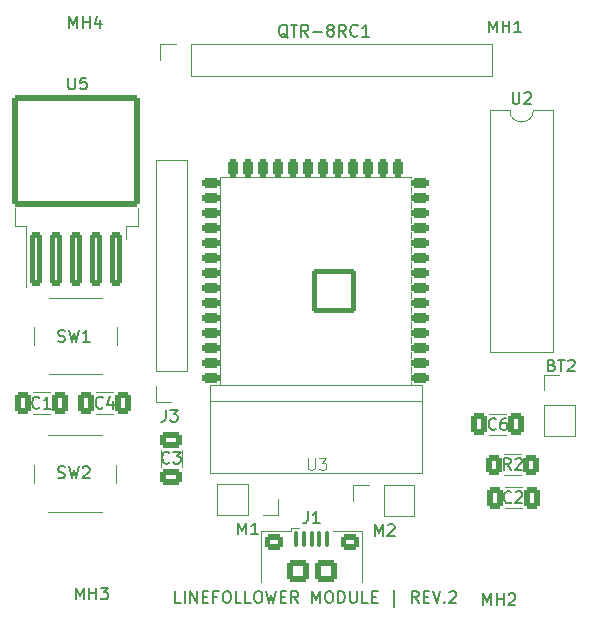
<source format=gto>
G04 #@! TF.GenerationSoftware,KiCad,Pcbnew,8.0.7-8.0.7-0~ubuntu22.04.1*
G04 #@! TF.CreationDate,2025-01-30T21:49:18+01:00*
G04 #@! TF.ProjectId,linefollower_pcb,6c696e65-666f-46c6-9c6f-7765725f7063,rev?*
G04 #@! TF.SameCoordinates,Original*
G04 #@! TF.FileFunction,Legend,Top*
G04 #@! TF.FilePolarity,Positive*
%FSLAX46Y46*%
G04 Gerber Fmt 4.6, Leading zero omitted, Abs format (unit mm)*
G04 Created by KiCad (PCBNEW 8.0.7-8.0.7-0~ubuntu22.04.1) date 2025-01-30 21:49:18*
%MOMM*%
%LPD*%
G01*
G04 APERTURE LIST*
G04 Aperture macros list*
%AMRoundRect*
0 Rectangle with rounded corners*
0 $1 Rounding radius*
0 $2 $3 $4 $5 $6 $7 $8 $9 X,Y pos of 4 corners*
0 Add a 4 corners polygon primitive as box body*
4,1,4,$2,$3,$4,$5,$6,$7,$8,$9,$2,$3,0*
0 Add four circle primitives for the rounded corners*
1,1,$1+$1,$2,$3*
1,1,$1+$1,$4,$5*
1,1,$1+$1,$6,$7*
1,1,$1+$1,$8,$9*
0 Add four rect primitives between the rounded corners*
20,1,$1+$1,$2,$3,$4,$5,0*
20,1,$1+$1,$4,$5,$6,$7,0*
20,1,$1+$1,$6,$7,$8,$9,0*
20,1,$1+$1,$8,$9,$2,$3,0*%
G04 Aperture macros list end*
%ADD10C,0.200000*%
%ADD11C,0.150000*%
%ADD12C,0.100000*%
%ADD13C,0.120000*%
%ADD14R,1.700000X1.700000*%
%ADD15O,1.700000X1.700000*%
%ADD16RoundRect,0.100000X-0.100000X-0.575000X0.100000X-0.575000X0.100000X0.575000X-0.100000X0.575000X0*%
%ADD17O,0.900000X1.600000*%
%ADD18RoundRect,0.250000X-0.550000X-0.450000X0.550000X-0.450000X0.550000X0.450000X-0.550000X0.450000X0*%
%ADD19RoundRect,0.250000X-0.700000X-0.700000X0.700000X-0.700000X0.700000X0.700000X-0.700000X0.700000X0*%
%ADD20RoundRect,0.250000X-0.412500X-0.650000X0.412500X-0.650000X0.412500X0.650000X-0.412500X0.650000X0*%
%ADD21RoundRect,0.250000X-0.650000X0.412500X-0.650000X-0.412500X0.650000X-0.412500X0.650000X0.412500X0*%
%ADD22RoundRect,0.250000X-0.400000X-0.625000X0.400000X-0.625000X0.400000X0.625000X-0.400000X0.625000X0*%
%ADD23C,0.800000*%
%ADD24C,5.400000*%
%ADD25R,1.600000X1.600000*%
%ADD26O,1.600000X1.600000*%
%ADD27RoundRect,0.225000X-0.525000X-0.225000X0.525000X-0.225000X0.525000X0.225000X-0.525000X0.225000X0*%
%ADD28RoundRect,0.225000X0.225000X0.525000X-0.225000X0.525000X-0.225000X-0.525000X0.225000X-0.525000X0*%
%ADD29RoundRect,0.225000X0.525000X0.225000X-0.525000X0.225000X-0.525000X-0.225000X0.525000X-0.225000X0*%
%ADD30RoundRect,0.185000X1.665000X1.665000X-1.665000X1.665000X-1.665000X-1.665000X1.665000X-1.665000X0*%
%ADD31RoundRect,0.250000X0.300000X-2.050000X0.300000X2.050000X-0.300000X2.050000X-0.300000X-2.050000X0*%
%ADD32RoundRect,0.250002X5.149998X-4.449998X5.149998X4.449998X-5.149998X4.449998X-5.149998X-4.449998X0*%
%ADD33RoundRect,0.250000X0.412500X0.650000X-0.412500X0.650000X-0.412500X-0.650000X0.412500X-0.650000X0*%
%ADD34C,2.000000*%
G04 APERTURE END LIST*
D10*
X75045863Y-125267219D02*
X74569673Y-125267219D01*
X74569673Y-125267219D02*
X74569673Y-124267219D01*
X75379197Y-125267219D02*
X75379197Y-124267219D01*
X75855387Y-125267219D02*
X75855387Y-124267219D01*
X75855387Y-124267219D02*
X76426815Y-125267219D01*
X76426815Y-125267219D02*
X76426815Y-124267219D01*
X76903006Y-124743409D02*
X77236339Y-124743409D01*
X77379196Y-125267219D02*
X76903006Y-125267219D01*
X76903006Y-125267219D02*
X76903006Y-124267219D01*
X76903006Y-124267219D02*
X77379196Y-124267219D01*
X78141101Y-124743409D02*
X77807768Y-124743409D01*
X77807768Y-125267219D02*
X77807768Y-124267219D01*
X77807768Y-124267219D02*
X78283958Y-124267219D01*
X78855387Y-124267219D02*
X79045863Y-124267219D01*
X79045863Y-124267219D02*
X79141101Y-124314838D01*
X79141101Y-124314838D02*
X79236339Y-124410076D01*
X79236339Y-124410076D02*
X79283958Y-124600552D01*
X79283958Y-124600552D02*
X79283958Y-124933885D01*
X79283958Y-124933885D02*
X79236339Y-125124361D01*
X79236339Y-125124361D02*
X79141101Y-125219600D01*
X79141101Y-125219600D02*
X79045863Y-125267219D01*
X79045863Y-125267219D02*
X78855387Y-125267219D01*
X78855387Y-125267219D02*
X78760149Y-125219600D01*
X78760149Y-125219600D02*
X78664911Y-125124361D01*
X78664911Y-125124361D02*
X78617292Y-124933885D01*
X78617292Y-124933885D02*
X78617292Y-124600552D01*
X78617292Y-124600552D02*
X78664911Y-124410076D01*
X78664911Y-124410076D02*
X78760149Y-124314838D01*
X78760149Y-124314838D02*
X78855387Y-124267219D01*
X80188720Y-125267219D02*
X79712530Y-125267219D01*
X79712530Y-125267219D02*
X79712530Y-124267219D01*
X80998244Y-125267219D02*
X80522054Y-125267219D01*
X80522054Y-125267219D02*
X80522054Y-124267219D01*
X81522054Y-124267219D02*
X81712530Y-124267219D01*
X81712530Y-124267219D02*
X81807768Y-124314838D01*
X81807768Y-124314838D02*
X81903006Y-124410076D01*
X81903006Y-124410076D02*
X81950625Y-124600552D01*
X81950625Y-124600552D02*
X81950625Y-124933885D01*
X81950625Y-124933885D02*
X81903006Y-125124361D01*
X81903006Y-125124361D02*
X81807768Y-125219600D01*
X81807768Y-125219600D02*
X81712530Y-125267219D01*
X81712530Y-125267219D02*
X81522054Y-125267219D01*
X81522054Y-125267219D02*
X81426816Y-125219600D01*
X81426816Y-125219600D02*
X81331578Y-125124361D01*
X81331578Y-125124361D02*
X81283959Y-124933885D01*
X81283959Y-124933885D02*
X81283959Y-124600552D01*
X81283959Y-124600552D02*
X81331578Y-124410076D01*
X81331578Y-124410076D02*
X81426816Y-124314838D01*
X81426816Y-124314838D02*
X81522054Y-124267219D01*
X82283959Y-124267219D02*
X82522054Y-125267219D01*
X82522054Y-125267219D02*
X82712530Y-124552933D01*
X82712530Y-124552933D02*
X82903006Y-125267219D01*
X82903006Y-125267219D02*
X83141102Y-124267219D01*
X83522054Y-124743409D02*
X83855387Y-124743409D01*
X83998244Y-125267219D02*
X83522054Y-125267219D01*
X83522054Y-125267219D02*
X83522054Y-124267219D01*
X83522054Y-124267219D02*
X83998244Y-124267219D01*
X84998244Y-125267219D02*
X84664911Y-124791028D01*
X84426816Y-125267219D02*
X84426816Y-124267219D01*
X84426816Y-124267219D02*
X84807768Y-124267219D01*
X84807768Y-124267219D02*
X84903006Y-124314838D01*
X84903006Y-124314838D02*
X84950625Y-124362457D01*
X84950625Y-124362457D02*
X84998244Y-124457695D01*
X84998244Y-124457695D02*
X84998244Y-124600552D01*
X84998244Y-124600552D02*
X84950625Y-124695790D01*
X84950625Y-124695790D02*
X84903006Y-124743409D01*
X84903006Y-124743409D02*
X84807768Y-124791028D01*
X84807768Y-124791028D02*
X84426816Y-124791028D01*
X86188721Y-125267219D02*
X86188721Y-124267219D01*
X86188721Y-124267219D02*
X86522054Y-124981504D01*
X86522054Y-124981504D02*
X86855387Y-124267219D01*
X86855387Y-124267219D02*
X86855387Y-125267219D01*
X87522054Y-124267219D02*
X87712530Y-124267219D01*
X87712530Y-124267219D02*
X87807768Y-124314838D01*
X87807768Y-124314838D02*
X87903006Y-124410076D01*
X87903006Y-124410076D02*
X87950625Y-124600552D01*
X87950625Y-124600552D02*
X87950625Y-124933885D01*
X87950625Y-124933885D02*
X87903006Y-125124361D01*
X87903006Y-125124361D02*
X87807768Y-125219600D01*
X87807768Y-125219600D02*
X87712530Y-125267219D01*
X87712530Y-125267219D02*
X87522054Y-125267219D01*
X87522054Y-125267219D02*
X87426816Y-125219600D01*
X87426816Y-125219600D02*
X87331578Y-125124361D01*
X87331578Y-125124361D02*
X87283959Y-124933885D01*
X87283959Y-124933885D02*
X87283959Y-124600552D01*
X87283959Y-124600552D02*
X87331578Y-124410076D01*
X87331578Y-124410076D02*
X87426816Y-124314838D01*
X87426816Y-124314838D02*
X87522054Y-124267219D01*
X88379197Y-125267219D02*
X88379197Y-124267219D01*
X88379197Y-124267219D02*
X88617292Y-124267219D01*
X88617292Y-124267219D02*
X88760149Y-124314838D01*
X88760149Y-124314838D02*
X88855387Y-124410076D01*
X88855387Y-124410076D02*
X88903006Y-124505314D01*
X88903006Y-124505314D02*
X88950625Y-124695790D01*
X88950625Y-124695790D02*
X88950625Y-124838647D01*
X88950625Y-124838647D02*
X88903006Y-125029123D01*
X88903006Y-125029123D02*
X88855387Y-125124361D01*
X88855387Y-125124361D02*
X88760149Y-125219600D01*
X88760149Y-125219600D02*
X88617292Y-125267219D01*
X88617292Y-125267219D02*
X88379197Y-125267219D01*
X89379197Y-124267219D02*
X89379197Y-125076742D01*
X89379197Y-125076742D02*
X89426816Y-125171980D01*
X89426816Y-125171980D02*
X89474435Y-125219600D01*
X89474435Y-125219600D02*
X89569673Y-125267219D01*
X89569673Y-125267219D02*
X89760149Y-125267219D01*
X89760149Y-125267219D02*
X89855387Y-125219600D01*
X89855387Y-125219600D02*
X89903006Y-125171980D01*
X89903006Y-125171980D02*
X89950625Y-125076742D01*
X89950625Y-125076742D02*
X89950625Y-124267219D01*
X90903006Y-125267219D02*
X90426816Y-125267219D01*
X90426816Y-125267219D02*
X90426816Y-124267219D01*
X91236340Y-124743409D02*
X91569673Y-124743409D01*
X91712530Y-125267219D02*
X91236340Y-125267219D01*
X91236340Y-125267219D02*
X91236340Y-124267219D01*
X91236340Y-124267219D02*
X91712530Y-124267219D01*
X93141102Y-125600552D02*
X93141102Y-124171980D01*
X95188721Y-125267219D02*
X94855388Y-124791028D01*
X94617293Y-125267219D02*
X94617293Y-124267219D01*
X94617293Y-124267219D02*
X94998245Y-124267219D01*
X94998245Y-124267219D02*
X95093483Y-124314838D01*
X95093483Y-124314838D02*
X95141102Y-124362457D01*
X95141102Y-124362457D02*
X95188721Y-124457695D01*
X95188721Y-124457695D02*
X95188721Y-124600552D01*
X95188721Y-124600552D02*
X95141102Y-124695790D01*
X95141102Y-124695790D02*
X95093483Y-124743409D01*
X95093483Y-124743409D02*
X94998245Y-124791028D01*
X94998245Y-124791028D02*
X94617293Y-124791028D01*
X95617293Y-124743409D02*
X95950626Y-124743409D01*
X96093483Y-125267219D02*
X95617293Y-125267219D01*
X95617293Y-125267219D02*
X95617293Y-124267219D01*
X95617293Y-124267219D02*
X96093483Y-124267219D01*
X96379198Y-124267219D02*
X96712531Y-125267219D01*
X96712531Y-125267219D02*
X97045864Y-124267219D01*
X97379198Y-125171980D02*
X97426817Y-125219600D01*
X97426817Y-125219600D02*
X97379198Y-125267219D01*
X97379198Y-125267219D02*
X97331579Y-125219600D01*
X97331579Y-125219600D02*
X97379198Y-125171980D01*
X97379198Y-125171980D02*
X97379198Y-125267219D01*
X97807769Y-124362457D02*
X97855388Y-124314838D01*
X97855388Y-124314838D02*
X97950626Y-124267219D01*
X97950626Y-124267219D02*
X98188721Y-124267219D01*
X98188721Y-124267219D02*
X98283959Y-124314838D01*
X98283959Y-124314838D02*
X98331578Y-124362457D01*
X98331578Y-124362457D02*
X98379197Y-124457695D01*
X98379197Y-124457695D02*
X98379197Y-124552933D01*
X98379197Y-124552933D02*
X98331578Y-124695790D01*
X98331578Y-124695790D02*
X97760150Y-125267219D01*
X97760150Y-125267219D02*
X98379197Y-125267219D01*
D11*
X91500476Y-119604819D02*
X91500476Y-118604819D01*
X91500476Y-118604819D02*
X91833809Y-119319104D01*
X91833809Y-119319104D02*
X92167142Y-118604819D01*
X92167142Y-118604819D02*
X92167142Y-119604819D01*
X92595714Y-118700057D02*
X92643333Y-118652438D01*
X92643333Y-118652438D02*
X92738571Y-118604819D01*
X92738571Y-118604819D02*
X92976666Y-118604819D01*
X92976666Y-118604819D02*
X93071904Y-118652438D01*
X93071904Y-118652438D02*
X93119523Y-118700057D01*
X93119523Y-118700057D02*
X93167142Y-118795295D01*
X93167142Y-118795295D02*
X93167142Y-118890533D01*
X93167142Y-118890533D02*
X93119523Y-119033390D01*
X93119523Y-119033390D02*
X92548095Y-119604819D01*
X92548095Y-119604819D02*
X93167142Y-119604819D01*
X85816666Y-117504819D02*
X85816666Y-118219104D01*
X85816666Y-118219104D02*
X85769047Y-118361961D01*
X85769047Y-118361961D02*
X85673809Y-118457200D01*
X85673809Y-118457200D02*
X85530952Y-118504819D01*
X85530952Y-118504819D02*
X85435714Y-118504819D01*
X86816666Y-118504819D02*
X86245238Y-118504819D01*
X86530952Y-118504819D02*
X86530952Y-117504819D01*
X86530952Y-117504819D02*
X86435714Y-117647676D01*
X86435714Y-117647676D02*
X86340476Y-117742914D01*
X86340476Y-117742914D02*
X86245238Y-117790533D01*
X79940476Y-119454819D02*
X79940476Y-118454819D01*
X79940476Y-118454819D02*
X80273809Y-119169104D01*
X80273809Y-119169104D02*
X80607142Y-118454819D01*
X80607142Y-118454819D02*
X80607142Y-119454819D01*
X81607142Y-119454819D02*
X81035714Y-119454819D01*
X81321428Y-119454819D02*
X81321428Y-118454819D01*
X81321428Y-118454819D02*
X81226190Y-118597676D01*
X81226190Y-118597676D02*
X81130952Y-118692914D01*
X81130952Y-118692914D02*
X81035714Y-118740533D01*
X63083333Y-108709580D02*
X63035714Y-108757200D01*
X63035714Y-108757200D02*
X62892857Y-108804819D01*
X62892857Y-108804819D02*
X62797619Y-108804819D01*
X62797619Y-108804819D02*
X62654762Y-108757200D01*
X62654762Y-108757200D02*
X62559524Y-108661961D01*
X62559524Y-108661961D02*
X62511905Y-108566723D01*
X62511905Y-108566723D02*
X62464286Y-108376247D01*
X62464286Y-108376247D02*
X62464286Y-108233390D01*
X62464286Y-108233390D02*
X62511905Y-108042914D01*
X62511905Y-108042914D02*
X62559524Y-107947676D01*
X62559524Y-107947676D02*
X62654762Y-107852438D01*
X62654762Y-107852438D02*
X62797619Y-107804819D01*
X62797619Y-107804819D02*
X62892857Y-107804819D01*
X62892857Y-107804819D02*
X63035714Y-107852438D01*
X63035714Y-107852438D02*
X63083333Y-107900057D01*
X64035714Y-108804819D02*
X63464286Y-108804819D01*
X63750000Y-108804819D02*
X63750000Y-107804819D01*
X63750000Y-107804819D02*
X63654762Y-107947676D01*
X63654762Y-107947676D02*
X63559524Y-108042914D01*
X63559524Y-108042914D02*
X63464286Y-108090533D01*
X74083333Y-113359580D02*
X74035714Y-113407200D01*
X74035714Y-113407200D02*
X73892857Y-113454819D01*
X73892857Y-113454819D02*
X73797619Y-113454819D01*
X73797619Y-113454819D02*
X73654762Y-113407200D01*
X73654762Y-113407200D02*
X73559524Y-113311961D01*
X73559524Y-113311961D02*
X73511905Y-113216723D01*
X73511905Y-113216723D02*
X73464286Y-113026247D01*
X73464286Y-113026247D02*
X73464286Y-112883390D01*
X73464286Y-112883390D02*
X73511905Y-112692914D01*
X73511905Y-112692914D02*
X73559524Y-112597676D01*
X73559524Y-112597676D02*
X73654762Y-112502438D01*
X73654762Y-112502438D02*
X73797619Y-112454819D01*
X73797619Y-112454819D02*
X73892857Y-112454819D01*
X73892857Y-112454819D02*
X74035714Y-112502438D01*
X74035714Y-112502438D02*
X74083333Y-112550057D01*
X74416667Y-112454819D02*
X75035714Y-112454819D01*
X75035714Y-112454819D02*
X74702381Y-112835771D01*
X74702381Y-112835771D02*
X74845238Y-112835771D01*
X74845238Y-112835771D02*
X74940476Y-112883390D01*
X74940476Y-112883390D02*
X74988095Y-112931009D01*
X74988095Y-112931009D02*
X75035714Y-113026247D01*
X75035714Y-113026247D02*
X75035714Y-113264342D01*
X75035714Y-113264342D02*
X74988095Y-113359580D01*
X74988095Y-113359580D02*
X74940476Y-113407200D01*
X74940476Y-113407200D02*
X74845238Y-113454819D01*
X74845238Y-113454819D02*
X74559524Y-113454819D01*
X74559524Y-113454819D02*
X74464286Y-113407200D01*
X74464286Y-113407200D02*
X74416667Y-113359580D01*
X84128571Y-77400057D02*
X84033333Y-77352438D01*
X84033333Y-77352438D02*
X83938095Y-77257200D01*
X83938095Y-77257200D02*
X83795238Y-77114342D01*
X83795238Y-77114342D02*
X83700000Y-77066723D01*
X83700000Y-77066723D02*
X83604762Y-77066723D01*
X83652381Y-77304819D02*
X83557143Y-77257200D01*
X83557143Y-77257200D02*
X83461905Y-77161961D01*
X83461905Y-77161961D02*
X83414286Y-76971485D01*
X83414286Y-76971485D02*
X83414286Y-76638152D01*
X83414286Y-76638152D02*
X83461905Y-76447676D01*
X83461905Y-76447676D02*
X83557143Y-76352438D01*
X83557143Y-76352438D02*
X83652381Y-76304819D01*
X83652381Y-76304819D02*
X83842857Y-76304819D01*
X83842857Y-76304819D02*
X83938095Y-76352438D01*
X83938095Y-76352438D02*
X84033333Y-76447676D01*
X84033333Y-76447676D02*
X84080952Y-76638152D01*
X84080952Y-76638152D02*
X84080952Y-76971485D01*
X84080952Y-76971485D02*
X84033333Y-77161961D01*
X84033333Y-77161961D02*
X83938095Y-77257200D01*
X83938095Y-77257200D02*
X83842857Y-77304819D01*
X83842857Y-77304819D02*
X83652381Y-77304819D01*
X84366667Y-76304819D02*
X84938095Y-76304819D01*
X84652381Y-77304819D02*
X84652381Y-76304819D01*
X85842857Y-77304819D02*
X85509524Y-76828628D01*
X85271429Y-77304819D02*
X85271429Y-76304819D01*
X85271429Y-76304819D02*
X85652381Y-76304819D01*
X85652381Y-76304819D02*
X85747619Y-76352438D01*
X85747619Y-76352438D02*
X85795238Y-76400057D01*
X85795238Y-76400057D02*
X85842857Y-76495295D01*
X85842857Y-76495295D02*
X85842857Y-76638152D01*
X85842857Y-76638152D02*
X85795238Y-76733390D01*
X85795238Y-76733390D02*
X85747619Y-76781009D01*
X85747619Y-76781009D02*
X85652381Y-76828628D01*
X85652381Y-76828628D02*
X85271429Y-76828628D01*
X86271429Y-76923866D02*
X87033334Y-76923866D01*
X87652381Y-76733390D02*
X87557143Y-76685771D01*
X87557143Y-76685771D02*
X87509524Y-76638152D01*
X87509524Y-76638152D02*
X87461905Y-76542914D01*
X87461905Y-76542914D02*
X87461905Y-76495295D01*
X87461905Y-76495295D02*
X87509524Y-76400057D01*
X87509524Y-76400057D02*
X87557143Y-76352438D01*
X87557143Y-76352438D02*
X87652381Y-76304819D01*
X87652381Y-76304819D02*
X87842857Y-76304819D01*
X87842857Y-76304819D02*
X87938095Y-76352438D01*
X87938095Y-76352438D02*
X87985714Y-76400057D01*
X87985714Y-76400057D02*
X88033333Y-76495295D01*
X88033333Y-76495295D02*
X88033333Y-76542914D01*
X88033333Y-76542914D02*
X87985714Y-76638152D01*
X87985714Y-76638152D02*
X87938095Y-76685771D01*
X87938095Y-76685771D02*
X87842857Y-76733390D01*
X87842857Y-76733390D02*
X87652381Y-76733390D01*
X87652381Y-76733390D02*
X87557143Y-76781009D01*
X87557143Y-76781009D02*
X87509524Y-76828628D01*
X87509524Y-76828628D02*
X87461905Y-76923866D01*
X87461905Y-76923866D02*
X87461905Y-77114342D01*
X87461905Y-77114342D02*
X87509524Y-77209580D01*
X87509524Y-77209580D02*
X87557143Y-77257200D01*
X87557143Y-77257200D02*
X87652381Y-77304819D01*
X87652381Y-77304819D02*
X87842857Y-77304819D01*
X87842857Y-77304819D02*
X87938095Y-77257200D01*
X87938095Y-77257200D02*
X87985714Y-77209580D01*
X87985714Y-77209580D02*
X88033333Y-77114342D01*
X88033333Y-77114342D02*
X88033333Y-76923866D01*
X88033333Y-76923866D02*
X87985714Y-76828628D01*
X87985714Y-76828628D02*
X87938095Y-76781009D01*
X87938095Y-76781009D02*
X87842857Y-76733390D01*
X89033333Y-77304819D02*
X88700000Y-76828628D01*
X88461905Y-77304819D02*
X88461905Y-76304819D01*
X88461905Y-76304819D02*
X88842857Y-76304819D01*
X88842857Y-76304819D02*
X88938095Y-76352438D01*
X88938095Y-76352438D02*
X88985714Y-76400057D01*
X88985714Y-76400057D02*
X89033333Y-76495295D01*
X89033333Y-76495295D02*
X89033333Y-76638152D01*
X89033333Y-76638152D02*
X88985714Y-76733390D01*
X88985714Y-76733390D02*
X88938095Y-76781009D01*
X88938095Y-76781009D02*
X88842857Y-76828628D01*
X88842857Y-76828628D02*
X88461905Y-76828628D01*
X90033333Y-77209580D02*
X89985714Y-77257200D01*
X89985714Y-77257200D02*
X89842857Y-77304819D01*
X89842857Y-77304819D02*
X89747619Y-77304819D01*
X89747619Y-77304819D02*
X89604762Y-77257200D01*
X89604762Y-77257200D02*
X89509524Y-77161961D01*
X89509524Y-77161961D02*
X89461905Y-77066723D01*
X89461905Y-77066723D02*
X89414286Y-76876247D01*
X89414286Y-76876247D02*
X89414286Y-76733390D01*
X89414286Y-76733390D02*
X89461905Y-76542914D01*
X89461905Y-76542914D02*
X89509524Y-76447676D01*
X89509524Y-76447676D02*
X89604762Y-76352438D01*
X89604762Y-76352438D02*
X89747619Y-76304819D01*
X89747619Y-76304819D02*
X89842857Y-76304819D01*
X89842857Y-76304819D02*
X89985714Y-76352438D01*
X89985714Y-76352438D02*
X90033333Y-76400057D01*
X90985714Y-77304819D02*
X90414286Y-77304819D01*
X90700000Y-77304819D02*
X90700000Y-76304819D01*
X90700000Y-76304819D02*
X90604762Y-76447676D01*
X90604762Y-76447676D02*
X90509524Y-76542914D01*
X90509524Y-76542914D02*
X90414286Y-76590533D01*
X102983333Y-114004819D02*
X102650000Y-113528628D01*
X102411905Y-114004819D02*
X102411905Y-113004819D01*
X102411905Y-113004819D02*
X102792857Y-113004819D01*
X102792857Y-113004819D02*
X102888095Y-113052438D01*
X102888095Y-113052438D02*
X102935714Y-113100057D01*
X102935714Y-113100057D02*
X102983333Y-113195295D01*
X102983333Y-113195295D02*
X102983333Y-113338152D01*
X102983333Y-113338152D02*
X102935714Y-113433390D01*
X102935714Y-113433390D02*
X102888095Y-113481009D01*
X102888095Y-113481009D02*
X102792857Y-113528628D01*
X102792857Y-113528628D02*
X102411905Y-113528628D01*
X103364286Y-113100057D02*
X103411905Y-113052438D01*
X103411905Y-113052438D02*
X103507143Y-113004819D01*
X103507143Y-113004819D02*
X103745238Y-113004819D01*
X103745238Y-113004819D02*
X103840476Y-113052438D01*
X103840476Y-113052438D02*
X103888095Y-113100057D01*
X103888095Y-113100057D02*
X103935714Y-113195295D01*
X103935714Y-113195295D02*
X103935714Y-113290533D01*
X103935714Y-113290533D02*
X103888095Y-113433390D01*
X103888095Y-113433390D02*
X103316667Y-114004819D01*
X103316667Y-114004819D02*
X103935714Y-114004819D01*
X65616667Y-76604819D02*
X65616667Y-75604819D01*
X65616667Y-75604819D02*
X65950000Y-76319104D01*
X65950000Y-76319104D02*
X66283333Y-75604819D01*
X66283333Y-75604819D02*
X66283333Y-76604819D01*
X66759524Y-76604819D02*
X66759524Y-75604819D01*
X66759524Y-76081009D02*
X67330952Y-76081009D01*
X67330952Y-76604819D02*
X67330952Y-75604819D01*
X68235714Y-75938152D02*
X68235714Y-76604819D01*
X67997619Y-75557200D02*
X67759524Y-76271485D01*
X67759524Y-76271485D02*
X68378571Y-76271485D01*
X103148095Y-81994819D02*
X103148095Y-82804342D01*
X103148095Y-82804342D02*
X103195714Y-82899580D01*
X103195714Y-82899580D02*
X103243333Y-82947200D01*
X103243333Y-82947200D02*
X103338571Y-82994819D01*
X103338571Y-82994819D02*
X103529047Y-82994819D01*
X103529047Y-82994819D02*
X103624285Y-82947200D01*
X103624285Y-82947200D02*
X103671904Y-82899580D01*
X103671904Y-82899580D02*
X103719523Y-82804342D01*
X103719523Y-82804342D02*
X103719523Y-81994819D01*
X104148095Y-82090057D02*
X104195714Y-82042438D01*
X104195714Y-82042438D02*
X104290952Y-81994819D01*
X104290952Y-81994819D02*
X104529047Y-81994819D01*
X104529047Y-81994819D02*
X104624285Y-82042438D01*
X104624285Y-82042438D02*
X104671904Y-82090057D01*
X104671904Y-82090057D02*
X104719523Y-82185295D01*
X104719523Y-82185295D02*
X104719523Y-82280533D01*
X104719523Y-82280533D02*
X104671904Y-82423390D01*
X104671904Y-82423390D02*
X104100476Y-82994819D01*
X104100476Y-82994819D02*
X104719523Y-82994819D01*
X73791666Y-108904819D02*
X73791666Y-109619104D01*
X73791666Y-109619104D02*
X73744047Y-109761961D01*
X73744047Y-109761961D02*
X73648809Y-109857200D01*
X73648809Y-109857200D02*
X73505952Y-109904819D01*
X73505952Y-109904819D02*
X73410714Y-109904819D01*
X74172619Y-108904819D02*
X74791666Y-108904819D01*
X74791666Y-108904819D02*
X74458333Y-109285771D01*
X74458333Y-109285771D02*
X74601190Y-109285771D01*
X74601190Y-109285771D02*
X74696428Y-109333390D01*
X74696428Y-109333390D02*
X74744047Y-109381009D01*
X74744047Y-109381009D02*
X74791666Y-109476247D01*
X74791666Y-109476247D02*
X74791666Y-109714342D01*
X74791666Y-109714342D02*
X74744047Y-109809580D01*
X74744047Y-109809580D02*
X74696428Y-109857200D01*
X74696428Y-109857200D02*
X74601190Y-109904819D01*
X74601190Y-109904819D02*
X74315476Y-109904819D01*
X74315476Y-109904819D02*
X74220238Y-109857200D01*
X74220238Y-109857200D02*
X74172619Y-109809580D01*
D12*
X85813095Y-113007419D02*
X85813095Y-113816942D01*
X85813095Y-113816942D02*
X85860714Y-113912180D01*
X85860714Y-113912180D02*
X85908333Y-113959800D01*
X85908333Y-113959800D02*
X86003571Y-114007419D01*
X86003571Y-114007419D02*
X86194047Y-114007419D01*
X86194047Y-114007419D02*
X86289285Y-113959800D01*
X86289285Y-113959800D02*
X86336904Y-113912180D01*
X86336904Y-113912180D02*
X86384523Y-113816942D01*
X86384523Y-113816942D02*
X86384523Y-113007419D01*
X86765476Y-113007419D02*
X87384523Y-113007419D01*
X87384523Y-113007419D02*
X87051190Y-113388371D01*
X87051190Y-113388371D02*
X87194047Y-113388371D01*
X87194047Y-113388371D02*
X87289285Y-113435990D01*
X87289285Y-113435990D02*
X87336904Y-113483609D01*
X87336904Y-113483609D02*
X87384523Y-113578847D01*
X87384523Y-113578847D02*
X87384523Y-113816942D01*
X87384523Y-113816942D02*
X87336904Y-113912180D01*
X87336904Y-113912180D02*
X87289285Y-113959800D01*
X87289285Y-113959800D02*
X87194047Y-114007419D01*
X87194047Y-114007419D02*
X86908333Y-114007419D01*
X86908333Y-114007419D02*
X86813095Y-113959800D01*
X86813095Y-113959800D02*
X86765476Y-113912180D01*
D11*
X103033333Y-116709580D02*
X102985714Y-116757200D01*
X102985714Y-116757200D02*
X102842857Y-116804819D01*
X102842857Y-116804819D02*
X102747619Y-116804819D01*
X102747619Y-116804819D02*
X102604762Y-116757200D01*
X102604762Y-116757200D02*
X102509524Y-116661961D01*
X102509524Y-116661961D02*
X102461905Y-116566723D01*
X102461905Y-116566723D02*
X102414286Y-116376247D01*
X102414286Y-116376247D02*
X102414286Y-116233390D01*
X102414286Y-116233390D02*
X102461905Y-116042914D01*
X102461905Y-116042914D02*
X102509524Y-115947676D01*
X102509524Y-115947676D02*
X102604762Y-115852438D01*
X102604762Y-115852438D02*
X102747619Y-115804819D01*
X102747619Y-115804819D02*
X102842857Y-115804819D01*
X102842857Y-115804819D02*
X102985714Y-115852438D01*
X102985714Y-115852438D02*
X103033333Y-115900057D01*
X103414286Y-115900057D02*
X103461905Y-115852438D01*
X103461905Y-115852438D02*
X103557143Y-115804819D01*
X103557143Y-115804819D02*
X103795238Y-115804819D01*
X103795238Y-115804819D02*
X103890476Y-115852438D01*
X103890476Y-115852438D02*
X103938095Y-115900057D01*
X103938095Y-115900057D02*
X103985714Y-115995295D01*
X103985714Y-115995295D02*
X103985714Y-116090533D01*
X103985714Y-116090533D02*
X103938095Y-116233390D01*
X103938095Y-116233390D02*
X103366667Y-116804819D01*
X103366667Y-116804819D02*
X103985714Y-116804819D01*
X106464285Y-105131009D02*
X106607142Y-105178628D01*
X106607142Y-105178628D02*
X106654761Y-105226247D01*
X106654761Y-105226247D02*
X106702380Y-105321485D01*
X106702380Y-105321485D02*
X106702380Y-105464342D01*
X106702380Y-105464342D02*
X106654761Y-105559580D01*
X106654761Y-105559580D02*
X106607142Y-105607200D01*
X106607142Y-105607200D02*
X106511904Y-105654819D01*
X106511904Y-105654819D02*
X106130952Y-105654819D01*
X106130952Y-105654819D02*
X106130952Y-104654819D01*
X106130952Y-104654819D02*
X106464285Y-104654819D01*
X106464285Y-104654819D02*
X106559523Y-104702438D01*
X106559523Y-104702438D02*
X106607142Y-104750057D01*
X106607142Y-104750057D02*
X106654761Y-104845295D01*
X106654761Y-104845295D02*
X106654761Y-104940533D01*
X106654761Y-104940533D02*
X106607142Y-105035771D01*
X106607142Y-105035771D02*
X106559523Y-105083390D01*
X106559523Y-105083390D02*
X106464285Y-105131009D01*
X106464285Y-105131009D02*
X106130952Y-105131009D01*
X106988095Y-104654819D02*
X107559523Y-104654819D01*
X107273809Y-105654819D02*
X107273809Y-104654819D01*
X107845238Y-104750057D02*
X107892857Y-104702438D01*
X107892857Y-104702438D02*
X107988095Y-104654819D01*
X107988095Y-104654819D02*
X108226190Y-104654819D01*
X108226190Y-104654819D02*
X108321428Y-104702438D01*
X108321428Y-104702438D02*
X108369047Y-104750057D01*
X108369047Y-104750057D02*
X108416666Y-104845295D01*
X108416666Y-104845295D02*
X108416666Y-104940533D01*
X108416666Y-104940533D02*
X108369047Y-105083390D01*
X108369047Y-105083390D02*
X107797619Y-105654819D01*
X107797619Y-105654819D02*
X108416666Y-105654819D01*
X65538095Y-80779819D02*
X65538095Y-81589342D01*
X65538095Y-81589342D02*
X65585714Y-81684580D01*
X65585714Y-81684580D02*
X65633333Y-81732200D01*
X65633333Y-81732200D02*
X65728571Y-81779819D01*
X65728571Y-81779819D02*
X65919047Y-81779819D01*
X65919047Y-81779819D02*
X66014285Y-81732200D01*
X66014285Y-81732200D02*
X66061904Y-81684580D01*
X66061904Y-81684580D02*
X66109523Y-81589342D01*
X66109523Y-81589342D02*
X66109523Y-80779819D01*
X67061904Y-80779819D02*
X66585714Y-80779819D01*
X66585714Y-80779819D02*
X66538095Y-81256009D01*
X66538095Y-81256009D02*
X66585714Y-81208390D01*
X66585714Y-81208390D02*
X66680952Y-81160771D01*
X66680952Y-81160771D02*
X66919047Y-81160771D01*
X66919047Y-81160771D02*
X67014285Y-81208390D01*
X67014285Y-81208390D02*
X67061904Y-81256009D01*
X67061904Y-81256009D02*
X67109523Y-81351247D01*
X67109523Y-81351247D02*
X67109523Y-81589342D01*
X67109523Y-81589342D02*
X67061904Y-81684580D01*
X67061904Y-81684580D02*
X67014285Y-81732200D01*
X67014285Y-81732200D02*
X66919047Y-81779819D01*
X66919047Y-81779819D02*
X66680952Y-81779819D01*
X66680952Y-81779819D02*
X66585714Y-81732200D01*
X66585714Y-81732200D02*
X66538095Y-81684580D01*
X101166667Y-76954819D02*
X101166667Y-75954819D01*
X101166667Y-75954819D02*
X101500000Y-76669104D01*
X101500000Y-76669104D02*
X101833333Y-75954819D01*
X101833333Y-75954819D02*
X101833333Y-76954819D01*
X102309524Y-76954819D02*
X102309524Y-75954819D01*
X102309524Y-76431009D02*
X102880952Y-76431009D01*
X102880952Y-76954819D02*
X102880952Y-75954819D01*
X103880952Y-76954819D02*
X103309524Y-76954819D01*
X103595238Y-76954819D02*
X103595238Y-75954819D01*
X103595238Y-75954819D02*
X103500000Y-76097676D01*
X103500000Y-76097676D02*
X103404762Y-76192914D01*
X103404762Y-76192914D02*
X103309524Y-76240533D01*
X100666667Y-125454819D02*
X100666667Y-124454819D01*
X100666667Y-124454819D02*
X101000000Y-125169104D01*
X101000000Y-125169104D02*
X101333333Y-124454819D01*
X101333333Y-124454819D02*
X101333333Y-125454819D01*
X101809524Y-125454819D02*
X101809524Y-124454819D01*
X101809524Y-124931009D02*
X102380952Y-124931009D01*
X102380952Y-125454819D02*
X102380952Y-124454819D01*
X102809524Y-124550057D02*
X102857143Y-124502438D01*
X102857143Y-124502438D02*
X102952381Y-124454819D01*
X102952381Y-124454819D02*
X103190476Y-124454819D01*
X103190476Y-124454819D02*
X103285714Y-124502438D01*
X103285714Y-124502438D02*
X103333333Y-124550057D01*
X103333333Y-124550057D02*
X103380952Y-124645295D01*
X103380952Y-124645295D02*
X103380952Y-124740533D01*
X103380952Y-124740533D02*
X103333333Y-124883390D01*
X103333333Y-124883390D02*
X102761905Y-125454819D01*
X102761905Y-125454819D02*
X103380952Y-125454819D01*
X68458333Y-108709580D02*
X68410714Y-108757200D01*
X68410714Y-108757200D02*
X68267857Y-108804819D01*
X68267857Y-108804819D02*
X68172619Y-108804819D01*
X68172619Y-108804819D02*
X68029762Y-108757200D01*
X68029762Y-108757200D02*
X67934524Y-108661961D01*
X67934524Y-108661961D02*
X67886905Y-108566723D01*
X67886905Y-108566723D02*
X67839286Y-108376247D01*
X67839286Y-108376247D02*
X67839286Y-108233390D01*
X67839286Y-108233390D02*
X67886905Y-108042914D01*
X67886905Y-108042914D02*
X67934524Y-107947676D01*
X67934524Y-107947676D02*
X68029762Y-107852438D01*
X68029762Y-107852438D02*
X68172619Y-107804819D01*
X68172619Y-107804819D02*
X68267857Y-107804819D01*
X68267857Y-107804819D02*
X68410714Y-107852438D01*
X68410714Y-107852438D02*
X68458333Y-107900057D01*
X69315476Y-108138152D02*
X69315476Y-108804819D01*
X69077381Y-107757200D02*
X68839286Y-108471485D01*
X68839286Y-108471485D02*
X69458333Y-108471485D01*
X66166667Y-124954819D02*
X66166667Y-123954819D01*
X66166667Y-123954819D02*
X66500000Y-124669104D01*
X66500000Y-124669104D02*
X66833333Y-123954819D01*
X66833333Y-123954819D02*
X66833333Y-124954819D01*
X67309524Y-124954819D02*
X67309524Y-123954819D01*
X67309524Y-124431009D02*
X67880952Y-124431009D01*
X67880952Y-124954819D02*
X67880952Y-123954819D01*
X68261905Y-123954819D02*
X68880952Y-123954819D01*
X68880952Y-123954819D02*
X68547619Y-124335771D01*
X68547619Y-124335771D02*
X68690476Y-124335771D01*
X68690476Y-124335771D02*
X68785714Y-124383390D01*
X68785714Y-124383390D02*
X68833333Y-124431009D01*
X68833333Y-124431009D02*
X68880952Y-124526247D01*
X68880952Y-124526247D02*
X68880952Y-124764342D01*
X68880952Y-124764342D02*
X68833333Y-124859580D01*
X68833333Y-124859580D02*
X68785714Y-124907200D01*
X68785714Y-124907200D02*
X68690476Y-124954819D01*
X68690476Y-124954819D02*
X68404762Y-124954819D01*
X68404762Y-124954819D02*
X68309524Y-124907200D01*
X68309524Y-124907200D02*
X68261905Y-124859580D01*
X101733333Y-110509580D02*
X101685714Y-110557200D01*
X101685714Y-110557200D02*
X101542857Y-110604819D01*
X101542857Y-110604819D02*
X101447619Y-110604819D01*
X101447619Y-110604819D02*
X101304762Y-110557200D01*
X101304762Y-110557200D02*
X101209524Y-110461961D01*
X101209524Y-110461961D02*
X101161905Y-110366723D01*
X101161905Y-110366723D02*
X101114286Y-110176247D01*
X101114286Y-110176247D02*
X101114286Y-110033390D01*
X101114286Y-110033390D02*
X101161905Y-109842914D01*
X101161905Y-109842914D02*
X101209524Y-109747676D01*
X101209524Y-109747676D02*
X101304762Y-109652438D01*
X101304762Y-109652438D02*
X101447619Y-109604819D01*
X101447619Y-109604819D02*
X101542857Y-109604819D01*
X101542857Y-109604819D02*
X101685714Y-109652438D01*
X101685714Y-109652438D02*
X101733333Y-109700057D01*
X102590476Y-109604819D02*
X102400000Y-109604819D01*
X102400000Y-109604819D02*
X102304762Y-109652438D01*
X102304762Y-109652438D02*
X102257143Y-109700057D01*
X102257143Y-109700057D02*
X102161905Y-109842914D01*
X102161905Y-109842914D02*
X102114286Y-110033390D01*
X102114286Y-110033390D02*
X102114286Y-110414342D01*
X102114286Y-110414342D02*
X102161905Y-110509580D01*
X102161905Y-110509580D02*
X102209524Y-110557200D01*
X102209524Y-110557200D02*
X102304762Y-110604819D01*
X102304762Y-110604819D02*
X102495238Y-110604819D01*
X102495238Y-110604819D02*
X102590476Y-110557200D01*
X102590476Y-110557200D02*
X102638095Y-110509580D01*
X102638095Y-110509580D02*
X102685714Y-110414342D01*
X102685714Y-110414342D02*
X102685714Y-110176247D01*
X102685714Y-110176247D02*
X102638095Y-110081009D01*
X102638095Y-110081009D02*
X102590476Y-110033390D01*
X102590476Y-110033390D02*
X102495238Y-109985771D01*
X102495238Y-109985771D02*
X102304762Y-109985771D01*
X102304762Y-109985771D02*
X102209524Y-110033390D01*
X102209524Y-110033390D02*
X102161905Y-110081009D01*
X102161905Y-110081009D02*
X102114286Y-110176247D01*
X64666667Y-114657200D02*
X64809524Y-114704819D01*
X64809524Y-114704819D02*
X65047619Y-114704819D01*
X65047619Y-114704819D02*
X65142857Y-114657200D01*
X65142857Y-114657200D02*
X65190476Y-114609580D01*
X65190476Y-114609580D02*
X65238095Y-114514342D01*
X65238095Y-114514342D02*
X65238095Y-114419104D01*
X65238095Y-114419104D02*
X65190476Y-114323866D01*
X65190476Y-114323866D02*
X65142857Y-114276247D01*
X65142857Y-114276247D02*
X65047619Y-114228628D01*
X65047619Y-114228628D02*
X64857143Y-114181009D01*
X64857143Y-114181009D02*
X64761905Y-114133390D01*
X64761905Y-114133390D02*
X64714286Y-114085771D01*
X64714286Y-114085771D02*
X64666667Y-113990533D01*
X64666667Y-113990533D02*
X64666667Y-113895295D01*
X64666667Y-113895295D02*
X64714286Y-113800057D01*
X64714286Y-113800057D02*
X64761905Y-113752438D01*
X64761905Y-113752438D02*
X64857143Y-113704819D01*
X64857143Y-113704819D02*
X65095238Y-113704819D01*
X65095238Y-113704819D02*
X65238095Y-113752438D01*
X65571429Y-113704819D02*
X65809524Y-114704819D01*
X65809524Y-114704819D02*
X66000000Y-113990533D01*
X66000000Y-113990533D02*
X66190476Y-114704819D01*
X66190476Y-114704819D02*
X66428572Y-113704819D01*
X66761905Y-113800057D02*
X66809524Y-113752438D01*
X66809524Y-113752438D02*
X66904762Y-113704819D01*
X66904762Y-113704819D02*
X67142857Y-113704819D01*
X67142857Y-113704819D02*
X67238095Y-113752438D01*
X67238095Y-113752438D02*
X67285714Y-113800057D01*
X67285714Y-113800057D02*
X67333333Y-113895295D01*
X67333333Y-113895295D02*
X67333333Y-113990533D01*
X67333333Y-113990533D02*
X67285714Y-114133390D01*
X67285714Y-114133390D02*
X66714286Y-114704819D01*
X66714286Y-114704819D02*
X67333333Y-114704819D01*
X64666667Y-103107200D02*
X64809524Y-103154819D01*
X64809524Y-103154819D02*
X65047619Y-103154819D01*
X65047619Y-103154819D02*
X65142857Y-103107200D01*
X65142857Y-103107200D02*
X65190476Y-103059580D01*
X65190476Y-103059580D02*
X65238095Y-102964342D01*
X65238095Y-102964342D02*
X65238095Y-102869104D01*
X65238095Y-102869104D02*
X65190476Y-102773866D01*
X65190476Y-102773866D02*
X65142857Y-102726247D01*
X65142857Y-102726247D02*
X65047619Y-102678628D01*
X65047619Y-102678628D02*
X64857143Y-102631009D01*
X64857143Y-102631009D02*
X64761905Y-102583390D01*
X64761905Y-102583390D02*
X64714286Y-102535771D01*
X64714286Y-102535771D02*
X64666667Y-102440533D01*
X64666667Y-102440533D02*
X64666667Y-102345295D01*
X64666667Y-102345295D02*
X64714286Y-102250057D01*
X64714286Y-102250057D02*
X64761905Y-102202438D01*
X64761905Y-102202438D02*
X64857143Y-102154819D01*
X64857143Y-102154819D02*
X65095238Y-102154819D01*
X65095238Y-102154819D02*
X65238095Y-102202438D01*
X65571429Y-102154819D02*
X65809524Y-103154819D01*
X65809524Y-103154819D02*
X66000000Y-102440533D01*
X66000000Y-102440533D02*
X66190476Y-103154819D01*
X66190476Y-103154819D02*
X66428572Y-102154819D01*
X67333333Y-103154819D02*
X66761905Y-103154819D01*
X67047619Y-103154819D02*
X67047619Y-102154819D01*
X67047619Y-102154819D02*
X66952381Y-102297676D01*
X66952381Y-102297676D02*
X66857143Y-102392914D01*
X66857143Y-102392914D02*
X66761905Y-102440533D01*
D13*
X89630000Y-115270000D02*
X90960000Y-115270000D01*
X89630000Y-116600000D02*
X89630000Y-115270000D01*
X92230000Y-115270000D02*
X94830000Y-115270000D01*
X92230000Y-117930000D02*
X92230000Y-115270000D01*
X92230000Y-117930000D02*
X94830000Y-117930000D01*
X94830000Y-117930000D02*
X94830000Y-115270000D01*
X81890000Y-119140000D02*
X81890000Y-123500000D01*
X81890000Y-119140000D02*
X84390000Y-119140000D01*
X84390000Y-119140000D02*
X84390000Y-118940000D01*
X85050000Y-118940000D02*
X84390000Y-118940000D01*
X87910000Y-119140000D02*
X90410000Y-119140000D01*
X90410000Y-119140000D02*
X90410000Y-123500000D01*
X78130000Y-115170000D02*
X78130000Y-117830000D01*
X80730000Y-115170000D02*
X78130000Y-115170000D01*
X80730000Y-115170000D02*
X80730000Y-117830000D01*
X80730000Y-117830000D02*
X78130000Y-117830000D01*
X83330000Y-116500000D02*
X83330000Y-117830000D01*
X83330000Y-117830000D02*
X82000000Y-117830000D01*
X62538748Y-107440000D02*
X63961252Y-107440000D01*
X62538748Y-109260000D02*
X63961252Y-109260000D01*
X73340000Y-112288748D02*
X73340000Y-113711252D01*
X75160000Y-112288748D02*
X75160000Y-113711252D01*
X73310000Y-77970000D02*
X74640000Y-77970000D01*
X73310000Y-79300000D02*
X73310000Y-77970000D01*
X75910000Y-77970000D02*
X101370000Y-77970000D01*
X75910000Y-80630000D02*
X75910000Y-77970000D01*
X75910000Y-80630000D02*
X101370000Y-80630000D01*
X101370000Y-80630000D02*
X101370000Y-77970000D01*
X102422936Y-112640000D02*
X103877064Y-112640000D01*
X102422936Y-114460000D02*
X103877064Y-114460000D01*
X101260000Y-83540000D02*
X101260000Y-103980000D01*
X101260000Y-103980000D02*
X106560000Y-103980000D01*
X102910000Y-83540000D02*
X101260000Y-83540000D01*
X106560000Y-83540000D02*
X104910000Y-83540000D01*
X106560000Y-103980000D02*
X106560000Y-83540000D01*
X104910000Y-83540000D02*
G75*
G02*
X102910000Y-83540000I-1000000J0D01*
G01*
X72920000Y-105605000D02*
X72920000Y-87765000D01*
X72920000Y-108205000D02*
X72920000Y-106875000D01*
X74250000Y-108205000D02*
X72920000Y-108205000D01*
X75580000Y-87765000D02*
X72920000Y-87765000D01*
X75580000Y-105605000D02*
X72920000Y-105605000D01*
X75580000Y-105605000D02*
X75580000Y-87765000D01*
D12*
X77540000Y-106780000D02*
X77540000Y-108200000D01*
X77540000Y-108200000D02*
X77540000Y-114240000D01*
X78400000Y-89220000D02*
X94550000Y-89220000D01*
X78400000Y-106770000D02*
X78400000Y-89220000D01*
X94550000Y-89220000D02*
X94550000Y-106780000D01*
X95450000Y-106780000D02*
X77540000Y-106780000D01*
X95450000Y-108200000D02*
X77540000Y-108200000D01*
X95450000Y-108200000D02*
X95450000Y-106780000D01*
X95450000Y-108200000D02*
X95450000Y-114240000D01*
X95450000Y-114240000D02*
X77540000Y-114240000D01*
D13*
X102488748Y-115440000D02*
X103911252Y-115440000D01*
X102488748Y-117260000D02*
X103911252Y-117260000D01*
X105770000Y-105920000D02*
X107100000Y-105920000D01*
X105770000Y-107250000D02*
X105770000Y-105920000D01*
X105770000Y-108520000D02*
X105770000Y-111120000D01*
X105770000Y-108520000D02*
X108430000Y-108520000D01*
X105770000Y-111120000D02*
X108430000Y-111120000D01*
X108430000Y-108520000D02*
X108430000Y-111120000D01*
X61000000Y-91850000D02*
X61000000Y-93350000D01*
X61000000Y-93350000D02*
X61950000Y-93350000D01*
X61950000Y-93350000D02*
X61950000Y-98475000D01*
X70450000Y-93350000D02*
X70450000Y-94450000D01*
X71400000Y-91850000D02*
X71400000Y-93350000D01*
X71400000Y-93350000D02*
X70450000Y-93350000D01*
X69336252Y-107440000D02*
X67913748Y-107440000D01*
X69336252Y-109260000D02*
X67913748Y-109260000D01*
X102611252Y-109240000D02*
X101188748Y-109240000D01*
X102611252Y-111060000D02*
X101188748Y-111060000D01*
X62600000Y-113581128D02*
X62600000Y-115081128D01*
X63850000Y-117581128D02*
X68350000Y-117581128D01*
X68350000Y-111081128D02*
X63850000Y-111081128D01*
X69600000Y-115081128D02*
X69600000Y-113581128D01*
X62650000Y-101900000D02*
X62650000Y-103400000D01*
X63900000Y-105900000D02*
X68400000Y-105900000D01*
X68400000Y-99400000D02*
X63900000Y-99400000D01*
X69650000Y-103400000D02*
X69650000Y-101900000D01*
%LPC*%
D14*
X90960000Y-116600000D03*
D15*
X93500000Y-116600000D03*
D16*
X84850000Y-119875000D03*
X85500000Y-119875000D03*
X86150000Y-119875000D03*
X86800000Y-119875000D03*
X87450000Y-119875000D03*
D17*
X82850000Y-122550000D03*
D18*
X82950000Y-120100000D03*
D19*
X84950000Y-122550000D03*
X87350000Y-122550000D03*
D18*
X89350000Y-120100000D03*
D17*
X89450000Y-122550000D03*
D14*
X82000000Y-116500000D03*
D15*
X79460000Y-116500000D03*
D20*
X61687500Y-108350000D03*
X64812500Y-108350000D03*
D21*
X74250000Y-111437500D03*
X74250000Y-114562500D03*
D14*
X74640000Y-79300000D03*
D15*
X77180000Y-79300000D03*
X79720000Y-79300000D03*
X82260000Y-79300000D03*
X84800000Y-79300000D03*
X87340000Y-79300000D03*
X89880000Y-79300000D03*
X92420000Y-79300000D03*
X94960000Y-79300000D03*
X97500000Y-79300000D03*
X100040000Y-79300000D03*
D22*
X101600000Y-113550000D03*
X104700000Y-113550000D03*
D23*
X60925000Y-78600000D03*
X61518109Y-77168109D03*
X61518109Y-80031891D03*
X62950000Y-76575000D03*
D24*
X62950000Y-78600000D03*
D23*
X62950000Y-80625000D03*
X64381891Y-77168109D03*
X64381891Y-80031891D03*
X64975000Y-78600000D03*
D25*
X100100000Y-84870000D03*
D26*
X100100000Y-87410000D03*
X100100000Y-89950000D03*
X100100000Y-92490000D03*
X100100000Y-95030000D03*
X100100000Y-97570000D03*
X100100000Y-100110000D03*
X100100000Y-102650000D03*
X107720000Y-102650000D03*
X107720000Y-100110000D03*
X107720000Y-97570000D03*
X107720000Y-95030000D03*
X107720000Y-92490000D03*
X107720000Y-89950000D03*
X107720000Y-87410000D03*
X107720000Y-84870000D03*
D14*
X74250000Y-106875000D03*
D15*
X74250000Y-104335000D03*
X74250000Y-101795000D03*
X74250000Y-99255000D03*
X74250000Y-96715000D03*
X74250000Y-94175000D03*
X74250000Y-91635000D03*
X74250000Y-89095000D03*
D27*
X95330000Y-106220000D03*
X95330000Y-104950000D03*
X95330000Y-103680000D03*
X95330000Y-102410000D03*
X95330000Y-101140000D03*
X95330000Y-99870000D03*
X95330000Y-98600000D03*
X95330000Y-97330000D03*
X95330000Y-96060000D03*
X95330000Y-94790000D03*
X95330000Y-93520000D03*
X95330000Y-92250000D03*
X95330000Y-90980000D03*
X95330000Y-89710000D03*
D28*
X93460000Y-88430000D03*
X92190000Y-88430000D03*
X90920000Y-88430000D03*
X89650000Y-88430000D03*
X88380000Y-88430000D03*
X87110000Y-88430000D03*
X85840000Y-88430000D03*
X84570000Y-88430000D03*
X83300000Y-88430000D03*
X82030000Y-88430000D03*
X80760000Y-88430000D03*
X79490000Y-88430000D03*
D29*
X77610000Y-89730000D03*
X77610000Y-91000000D03*
X77610000Y-92270000D03*
X77610000Y-93540000D03*
X77610000Y-94810000D03*
X77610000Y-96080000D03*
X77610000Y-97350000D03*
X77610000Y-98620000D03*
X77610000Y-99890000D03*
X77610000Y-101160000D03*
X77610000Y-102430000D03*
X77610000Y-103700000D03*
X77610000Y-104970000D03*
X77610000Y-106240000D03*
D30*
X88050000Y-98850000D03*
D20*
X101637500Y-116350000D03*
X104762500Y-116350000D03*
D14*
X107100000Y-107250000D03*
D15*
X107100000Y-109790000D03*
D31*
X62800000Y-96175000D03*
X64500000Y-96175000D03*
X66200000Y-96175000D03*
D32*
X66200000Y-87025000D03*
D31*
X67900000Y-96175000D03*
X69600000Y-96175000D03*
D23*
X104300000Y-79068109D03*
X104893109Y-77636218D03*
X104893109Y-80500000D03*
X106325000Y-77043109D03*
D24*
X106325000Y-79068109D03*
D23*
X106325000Y-81093109D03*
X107756891Y-77636218D03*
X107756891Y-80500000D03*
X108350000Y-79068109D03*
X104325000Y-122218109D03*
X104918109Y-120786218D03*
X104918109Y-123650000D03*
X106350000Y-120193109D03*
D24*
X106350000Y-122218109D03*
D23*
X106350000Y-124243109D03*
X107781891Y-120786218D03*
X107781891Y-123650000D03*
X108375000Y-122218109D03*
D33*
X70187500Y-108350000D03*
X67062500Y-108350000D03*
D23*
X60975000Y-122000000D03*
X61568109Y-120568109D03*
X61568109Y-123431891D03*
X63000000Y-119975000D03*
D24*
X63000000Y-122000000D03*
D23*
X63000000Y-124025000D03*
X64431891Y-120568109D03*
X64431891Y-123431891D03*
X65025000Y-122000000D03*
D33*
X103462500Y-110150000D03*
X100337500Y-110150000D03*
D34*
X62850000Y-112081128D03*
X69350000Y-112081128D03*
X62850000Y-116581128D03*
X69350000Y-116581128D03*
X62900000Y-100400000D03*
X69400000Y-100400000D03*
X62900000Y-104900000D03*
X69400000Y-104900000D03*
%LPD*%
M02*

</source>
